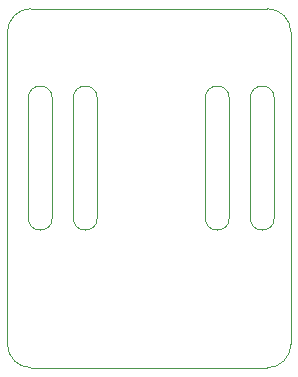
<source format=gbr>
%TF.GenerationSoftware,KiCad,Pcbnew,(5.1.9)-1*%
%TF.CreationDate,2022-05-31T00:47:08+01:00*%
%TF.ProjectId,board,626f6172-642e-46b6-9963-61645f706362,rev?*%
%TF.SameCoordinates,Original*%
%TF.FileFunction,Profile,NP*%
%FSLAX46Y46*%
G04 Gerber Fmt 4.6, Leading zero omitted, Abs format (unit mm)*
G04 Created by KiCad (PCBNEW (5.1.9)-1) date 2022-05-31 00:47:08*
%MOMM*%
%LPD*%
G01*
G04 APERTURE LIST*
%TA.AperFunction,Profile*%
%ADD10C,0.050000*%
%TD*%
G04 APERTURE END LIST*
D10*
X124596000Y-102376000D02*
X124600000Y-128778000D01*
X119380000Y-107950000D02*
G75*
G03*
X117348000Y-107950000I-1016000J0D01*
G01*
X117348000Y-107950000D02*
X117348000Y-118110000D01*
X119380000Y-118110000D02*
X119380000Y-107950000D01*
X117348000Y-118110000D02*
G75*
G03*
X119380000Y-118110000I1016000J0D01*
G01*
X121158000Y-118110000D02*
G75*
G03*
X123190000Y-118110000I1016000J0D01*
G01*
X123190000Y-107950000D02*
G75*
G03*
X121158000Y-107950000I-1016000J0D01*
G01*
X123190000Y-118110000D02*
X123190000Y-107950000D01*
X121158000Y-107950000D02*
X121158000Y-118110000D01*
X102362000Y-118110000D02*
G75*
G03*
X104394000Y-118110000I1016000J0D01*
G01*
X104394000Y-107950000D02*
G75*
G03*
X102362000Y-107950000I-1016000J0D01*
G01*
X104394000Y-118110000D02*
X104394000Y-107950000D01*
X102362000Y-107950000D02*
X102362000Y-118110000D01*
X108204000Y-118110000D02*
X108204000Y-107950000D01*
X106172000Y-107950000D02*
X106172000Y-118110000D01*
X106172000Y-118110000D02*
G75*
G03*
X108204000Y-118110000I1016000J0D01*
G01*
X108204000Y-107950000D02*
G75*
G03*
X106172000Y-107950000I-1016000J0D01*
G01*
X102596000Y-100376000D02*
X122596000Y-100376000D01*
X102596000Y-130778000D02*
X122600000Y-130778000D01*
X100596000Y-128778000D02*
X100596000Y-102376000D01*
X124600000Y-128778000D02*
G75*
G02*
X122600000Y-130778000I-2000000J0D01*
G01*
X122596000Y-100376000D02*
G75*
G02*
X124596000Y-102376000I0J-2000000D01*
G01*
X100596000Y-102376000D02*
G75*
G02*
X102596000Y-100376000I2000000J0D01*
G01*
X102596000Y-130778000D02*
G75*
G02*
X100596000Y-128778000I0J2000000D01*
G01*
M02*

</source>
